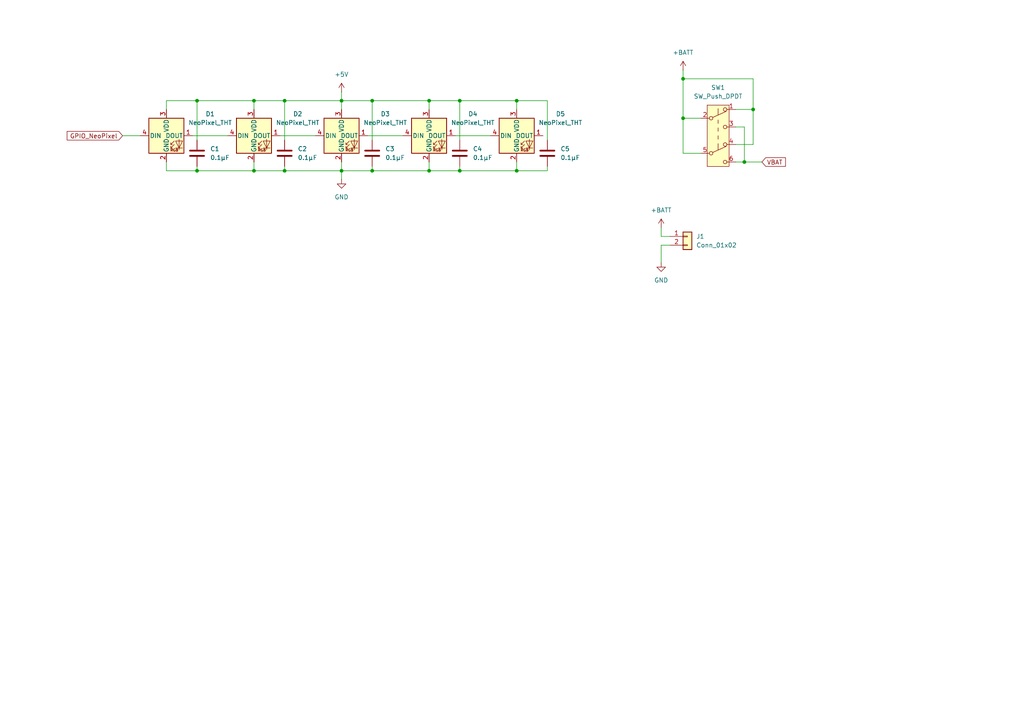
<source format=kicad_sch>
(kicad_sch (version 20231120) (generator "eeschema") (generator_version "8.0")
  (paper "A4")
  (lib_symbols
    (symbol "Connector_Generic:Conn_01x02" (pin_names (offset 1.016) hide)
      (property "Reference" "J" (at 0 2.54 0))
      (property "Value" "Conn_01x02" (at 0 -5.08 0))
      (symbol "Conn_01x02_1_1"
        (rectangle (start -1.27 -2.413) (end 0 -2.667) (stroke (width 0.1524)))
        (rectangle (start -1.27 0.127) (end 0 -0.127) (stroke (width 0.1524)))
        (rectangle (start -1.27 1.27) (end 1.27 -3.81) (stroke (width 0.254)) (fill (type background)))
        (pin passive line (at -5.08 0 0) (length 3.81) (name "Pin_1") (number "1"))
        (pin passive line (at -5.08 -2.54 0) (length 3.81) (name "Pin_2") (number "2"))
      )
    )
    (symbol "Device:C" (pin_numbers hide) (pin_names (offset 0.254))
      (property "Reference" "C" (at 0.635 2.54 0))
      (property "Value" "C" (at 0.635 -2.54 0))
      (symbol "C_0_1"
        (polyline (pts (xy -2.032 -0.762) (xy 2.032 -0.762)) (stroke (width 0.508)))
        (polyline (pts (xy -2.032 0.762) (xy 2.032 0.762)) (stroke (width 0.508)))
      )
      (symbol "C_1_1"
        (pin passive line (at 0 3.81 270) (length 2.794) (name "~") (number "1"))
        (pin passive line (at 0 -3.81 90) (length 2.794) (name "~") (number "2"))
      )
    )
    (symbol "LED:NeoPixel_THT" (pin_names (offset 0.254))
      (property "Reference" "D" (at 5.08 5.715 0))
      (property "Value" "NeoPixel_THT" (at 1.27 -5.715 0))
      (symbol "NeoPixel_THT_0_0"
        (text "RGB" (at 2.286 -4.191 0) (effects (font (size 0.762 0.762))))
      )
      (symbol "NeoPixel_THT_0_1"
        (polyline (pts (xy 1.27 -3.556) (xy 1.778 -3.556)))
        (polyline (pts (xy 1.27 -2.54) (xy 1.778 -2.54)))
        (polyline (pts (xy 4.699 -3.556) (xy 2.667 -3.556)))
        (polyline (pts (xy 2.286 -2.54) (xy 1.27 -3.556) (xy 1.27 -3.048)))
        (polyline (pts (xy 2.286 -1.524) (xy 1.27 -2.54) (xy 1.27 -2.032)))
        (polyline (pts (xy 3.683 -1.016) (xy 3.683 -3.556) (xy 3.683 -4.064)))
        (polyline (pts (xy 4.699 -1.524) (xy 2.667 -1.524) (xy 3.683 -3.556) (xy 4.699 -1.524)))
        (rectangle (start 5.08 5.08) (end -5.08 -5.08) (stroke (width 0.254)) (fill (type background)))
      )
      (symbol "NeoPixel_THT_1_1"
        (pin output line (at 7.62 0 180) (length 2.54) (name "DOUT") (number "1"))
        (pin power_in line (at 0 -7.62 90) (length 2.54) (name "GND") (number "2"))
        (pin power_in line (at 0 7.62 270) (length 2.54) (name "VDD") (number "3"))
        (pin input line (at -7.62 0 0) (length 2.54) (name "DIN") (number "4"))
      )
    )
    (symbol "Switch:SW_Push_DPDT" (pin_names (offset 0) hide)
      (property "Reference" "SW" (at 0 10.16 0))
      (property "Value" "SW_Push_DPDT" (at 0 -10.16 0))
      (symbol "SW_Push_DPDT_0_0"
        (circle (center -2.032 -5.08) (radius 0.508))
        (circle (center -2.032 5.08) (radius 0.508))
        (circle (center 2.032 -7.62) (radius 0.508))
        (circle (center 2.032 2.54) (radius 0.508))
      )
      (symbol "SW_Push_DPDT_0_1"
        (polyline (pts (xy -1.524 -4.826) (xy 2.3368 -3.0988)))
        (polyline (pts (xy -1.524 5.334) (xy 2.3368 7.0612)))
        (polyline (pts (xy 0 -2.286) (xy 0 -4.064)))
        (polyline (pts (xy 0 -1.016) (xy 0 0)))
        (polyline (pts (xy 0 1.27) (xy 0 2.286)))
        (polyline (pts (xy 0 3.556) (xy 0 4.572)))
        (polyline (pts (xy 0 7.874) (xy 0 6.096)))
        (circle (center 2.032 -2.54) (radius 0.508))
        (circle (center 2.032 7.62) (radius 0.508))
      )
      (symbol "SW_Push_DPDT_1_1"
        (rectangle (start -3.175 8.89) (end 3.175 -8.89) (fill (type background)))
        (pin passive line (at 5.08 7.62 180) (length 2.54) (name "A") (number "1"))
        (pin passive line (at -5.08 5.08 0) (length 2.54) (name "B") (number "2"))
        (pin passive line (at 5.08 2.54 180) (length 2.54) (name "C") (number "3"))
        (pin passive line (at 5.08 -2.54 180) (length 2.54) (name "A") (number "4"))
        (pin passive line (at -5.08 -5.08 0) (length 2.54) (name "B") (number "5"))
        (pin passive line (at 5.08 -7.62 180) (length 2.54) (name "C") (number "6"))
      )
    )
    (symbol "power:+5V" (power) (pin_numbers hide) (pin_names (offset 0) hide)
      (property "Value" "+5V" (at 0 3.556 0))
      (symbol "+5V_0_1"
        (polyline (pts (xy -0.762 1.27) (xy 0 2.54)))
        (polyline (pts (xy 0 0) (xy 0 2.54)))
        (polyline (pts (xy 0 2.54) (xy 0.762 1.27)))
      )
      (symbol "+5V_1_1"
        (pin power_in line (at 0 0 90) (length 0) (name "~") (number "1"))
      )
    )
    (symbol "power:+BATT" (power) (pin_numbers hide) (pin_names (offset 0) hide)
      (property "Value" "+BATT" (at 0 3.556 0))
      (symbol "+BATT_0_1"
        (polyline (pts (xy -0.762 1.27) (xy 0 2.54)))
        (polyline (pts (xy 0 0) (xy 0 2.54)))
        (polyline (pts (xy 0 2.54) (xy 0.762 1.27)))
      )
      (symbol "+BATT_1_1"
        (pin power_in line (at 0 0 90) (length 0) (name "~") (number "1"))
      )
    )
    (symbol "power:GND" (power) (pin_numbers hide) (pin_names (offset 0) hide)
      (property "Value" "GND" (at 0 -3.81 0))
      (symbol "GND_0_1"
        (polyline (pts (xy 0 0) (xy 0 -1.27) (xy 1.27 -1.27) (xy 0 -2.54) (xy -1.27 -1.27) (xy 0 -1.27)))
      )
      (symbol "GND_1_1"
        (pin power_in line (at 0 0 270) (length 0) (name "~") (number "1"))
      )
    )
  )
  (junction (at 198.12 34.29))
  (junction (at 133.35 29.21))
  (junction (at 82.55 29.21))
  (junction (at 215.9 46.99))
  (junction (at 149.86 49.53))
  (junction (at 124.46 49.53))
  (junction (at 124.46 29.21))
  (junction (at 73.66 49.53))
  (junction (at 149.86 29.21))
  (junction (at 57.15 49.53))
  (junction (at 107.95 49.53))
  (junction (at 107.95 29.21))
  (junction (at 82.55 49.53))
  (junction (at 218.44 31.75))
  (junction (at 133.35 49.53))
  (junction (at 198.12 22.86))
  (junction (at 99.06 29.21))
  (junction (at 73.66 29.21))
  (junction (at 57.15 29.21))
  (junction (at 99.06 49.53))
  (wire (pts (xy 213.36 46.99) (xy 215.9 46.99)))
  (wire (pts (xy 82.55 29.21) (xy 82.55 40.64)))
  (wire (pts (xy 99.06 29.21) (xy 99.06 31.75)))
  (wire (pts (xy 57.15 49.53) (xy 73.66 49.53)))
  (wire (pts (xy 133.35 49.53) (xy 149.86 49.53)))
  (wire (pts (xy 215.9 46.99) (xy 220.98 46.99)))
  (wire (pts (xy 132.08 39.37) (xy 142.24 39.37)))
  (wire (pts (xy 218.44 31.75) (xy 213.36 31.75)))
  (wire (pts (xy 133.35 29.21) (xy 149.86 29.21)))
  (wire (pts (xy 158.75 29.21) (xy 158.75 40.64)))
  (wire (pts (xy 203.2 34.29) (xy 198.12 34.29)))
  (wire (pts (xy 218.44 41.91) (xy 213.36 41.91)))
  (wire (pts (xy 194.31 71.12) (xy 191.77 71.12)))
  (wire (pts (xy 73.66 49.53) (xy 82.55 49.53)))
  (wire (pts (xy 198.12 20.32) (xy 198.12 22.86)))
  (wire (pts (xy 82.55 48.26) (xy 82.55 49.53)))
  (wire (pts (xy 107.95 29.21) (xy 124.46 29.21)))
  (wire (pts (xy 158.75 48.26) (xy 158.75 49.53)))
  (wire (pts (xy 73.66 46.99) (xy 73.66 49.53)))
  (wire (pts (xy 99.06 46.99) (xy 99.06 49.53)))
  (wire (pts (xy 99.06 29.21) (xy 107.95 29.21)))
  (wire (pts (xy 198.12 34.29) (xy 198.12 44.45)))
  (wire (pts (xy 73.66 29.21) (xy 82.55 29.21)))
  (wire (pts (xy 213.36 36.83) (xy 215.9 36.83)))
  (wire (pts (xy 107.95 29.21) (xy 107.95 40.64)))
  (wire (pts (xy 149.86 29.21) (xy 149.86 31.75)))
  (wire (pts (xy 215.9 36.83) (xy 215.9 46.99)))
  (wire (pts (xy 198.12 44.45) (xy 203.2 44.45)))
  (wire (pts (xy 57.15 29.21) (xy 73.66 29.21)))
  (wire (pts (xy 81.28 39.37) (xy 91.44 39.37)))
  (wire (pts (xy 198.12 22.86) (xy 218.44 22.86)))
  (wire (pts (xy 191.77 71.12) (xy 191.77 76.2)))
  (wire (pts (xy 124.46 29.21) (xy 124.46 31.75)))
  (wire (pts (xy 149.86 46.99) (xy 149.86 49.53)))
  (wire (pts (xy 198.12 34.29) (xy 198.12 22.86)))
  (wire (pts (xy 133.35 29.21) (xy 133.35 40.64)))
  (wire (pts (xy 124.46 49.53) (xy 133.35 49.53)))
  (wire (pts (xy 57.15 48.26) (xy 57.15 49.53)))
  (wire (pts (xy 194.31 68.58) (xy 191.77 68.58)))
  (wire (pts (xy 107.95 49.53) (xy 124.46 49.53)))
  (wire (pts (xy 73.66 29.21) (xy 73.66 31.75)))
  (wire (pts (xy 124.46 29.21) (xy 133.35 29.21)))
  (wire (pts (xy 48.26 29.21) (xy 57.15 29.21)))
  (wire (pts (xy 218.44 31.75) (xy 218.44 41.91)))
  (wire (pts (xy 99.06 26.67) (xy 99.06 29.21)))
  (wire (pts (xy 218.44 22.86) (xy 218.44 31.75)))
  (wire (pts (xy 124.46 46.99) (xy 124.46 49.53)))
  (wire (pts (xy 107.95 48.26) (xy 107.95 49.53)))
  (wire (pts (xy 158.75 49.53) (xy 149.86 49.53)))
  (wire (pts (xy 149.86 29.21) (xy 158.75 29.21)))
  (wire (pts (xy 57.15 29.21) (xy 57.15 40.64)))
  (wire (pts (xy 48.26 31.75) (xy 48.26 29.21)))
  (wire (pts (xy 82.55 49.53) (xy 99.06 49.53)))
  (wire (pts (xy 35.56 39.37) (xy 40.64 39.37)))
  (wire (pts (xy 133.35 48.26) (xy 133.35 49.53)))
  (wire (pts (xy 99.06 49.53) (xy 107.95 49.53)))
  (wire (pts (xy 48.26 49.53) (xy 57.15 49.53)))
  (wire (pts (xy 48.26 46.99) (xy 48.26 49.53)))
  (wire (pts (xy 191.77 66.04) (xy 191.77 68.58)))
  (wire (pts (xy 106.68 39.37) (xy 116.84 39.37)))
  (wire (pts (xy 55.88 39.37) (xy 66.04 39.37)))
  (wire (pts (xy 99.06 49.53) (xy 99.06 52.07)))
  (wire (pts (xy 82.55 29.21) (xy 99.06 29.21)))
  (global_label "GPIO_NeoPixel" (shape input) (at 35.56 39.37 180) (property "Intersheetrefs" "${INTERSHEET_REFS}" (effects (hide yes))))
  (global_label "VBAT" (shape input) (at 220.98 46.99 0) (property "Intersheetrefs" "${INTERSHEET_REFS}" (effects (hide yes))))
  (symbol (lib_id "LED:NeoPixel_THT") (at 48.26 39.37 0) (unit 1)
    (property "Reference" "D1" (at 60.96 33.0514 0))
    (property "Value" "NeoPixel_THT" (at 60.96 35.5914 0))
    (property "Footprint" "k2-emf-meter-breakout:LED_D5.0mm-4_RGB-Centered" (effects (hide yes)))
    (property "Datasheet" "https://www.adafruit.com/product/1938" (effects (hide yes)))
    (property "Description" "RGB LED with integrated controller, 5mm/8mm LED package" (effects (hide yes)))
  )
  (symbol (lib_id "power:GND") (at 99.06 52.07 0) (unit 1)
    (property "Reference" "#PWR01" (effects (hide yes)))
    (property "Value" "GND" (at 99.06 57.15 0))
    (property "Description" "Power symbol creates a global label with name \"GND\" , ground" (effects (hide yes)))
  )
  (symbol (lib_id "Switch:SW_Push_DPDT") (at 208.28 39.37 0) (unit 1)
    (property "Reference" "SW1" (at 208.28 25.4 0))
    (property "Value" "SW_Push_DPDT" (at 208.28 27.94 0))
    (property "Footprint" "Button_Switch_THT:SW_Push_2P2T_Toggle_CK_PVA2OAH5xxxxxxV2" (effects (hide yes)))
    (property "Description" "Momentary Switch, dual pole double throw" (effects (hide yes)))
  )
  (symbol (lib_id "power:+5V") (at 99.06 26.67 0) (unit 1)
    (property "Reference" "#PWR02" (effects (hide yes)))
    (property "Value" "+5V" (at 99.06 21.59 0))
    (property "Description" "Power symbol creates a global label with name \"+5V\"" (effects (hide yes)))
  )
  (symbol (lib_id "Device:C") (at 158.75 44.45 0) (unit 1)
    (property "Reference" "C5" (at 162.56 43.1799 0) (effects (justify left)))
    (property "Value" "0.1µF" (at 162.56 45.7199 0) (effects (justify left)))
    (property "Footprint" "Capacitor_SMD:C_0603_1608Metric" (effects (hide yes)))
    (property "Description" "Unpolarized capacitor" (effects (hide yes)))
  )
  (symbol (lib_id "LED:NeoPixel_THT") (at 99.06 39.37 0) (unit 1)
    (property "Reference" "D3" (at 111.76 33.0514 0))
    (property "Value" "NeoPixel_THT" (at 111.76 35.5914 0))
    (property "Footprint" "k2-emf-meter-breakout:LED_D5.0mm-4_RGB-Centered" (effects (hide yes)))
    (property "Datasheet" "https://www.adafruit.com/product/1938" (effects (hide yes)))
    (property "Description" "RGB LED with integrated controller, 5mm/8mm LED package" (effects (hide yes)))
  )
  (symbol (lib_id "power:+BATT") (at 191.77 66.04 0) (unit 1)
    (property "Reference" "#PWR04" (effects (hide yes)))
    (property "Value" "+BATT" (at 191.77 60.96 0))
    (property "Description" "Power symbol creates a global label with name \"+BATT\"" (effects (hide yes)))
  )
  (symbol (lib_id "LED:NeoPixel_THT") (at 73.66 39.37 0) (unit 1)
    (property "Reference" "D2" (at 86.36 33.0514 0))
    (property "Value" "NeoPixel_THT" (at 86.36 35.5914 0))
    (property "Footprint" "k2-emf-meter-breakout:LED_D5.0mm-4_RGB-Centered" (effects (hide yes)))
    (property "Datasheet" "https://www.adafruit.com/product/1938" (effects (hide yes)))
    (property "Description" "RGB LED with integrated controller, 5mm/8mm LED package" (effects (hide yes)))
  )
  (symbol (lib_id "Device:C") (at 82.55 44.45 0) (unit 1)
    (property "Reference" "C2" (at 86.36 43.1799 0) (effects (justify left)))
    (property "Value" "0.1µF" (at 86.36 45.7199 0) (effects (justify left)))
    (property "Footprint" "Capacitor_SMD:C_0603_1608Metric" (effects (hide yes)))
    (property "Description" "Unpolarized capacitor" (effects (hide yes)))
  )
  (symbol (lib_id "power:+BATT") (at 198.12 20.32 0) (unit 1)
    (property "Reference" "#PWR05" (effects (hide yes)))
    (property "Value" "+BATT" (at 198.12 15.24 0))
    (property "Description" "Power symbol creates a global label with name \"+BATT\"" (effects (hide yes)))
  )
  (symbol (lib_id "power:GND") (at 191.77 76.2 0) (unit 1)
    (property "Reference" "#PWR03" (effects (hide yes)))
    (property "Value" "GND" (at 191.77 81.28 0))
    (property "Description" "Power symbol creates a global label with name \"GND\" , ground" (effects (hide yes)))
  )
  (symbol (lib_id "Connector_Generic:Conn_01x02") (at 199.39 68.58 0) (unit 1)
    (property "Reference" "J1" (at 201.93 68.5799 0) (effects (justify left)))
    (property "Value" "Conn_01x02" (at 201.93 71.1199 0) (effects (justify left)))
    (property "Footprint" "Connector_Molex:Molex_PicoBlade_53398-0271_1x02-1MP_P1.25mm_Vertical" (effects (hide yes)))
    (property "Description" "Generic connector, single row, 01x02, script generated (kicad-library-utils/schlib/autogen/connector/)" (effects (hide yes)))
  )
  (symbol (lib_id "Device:C") (at 133.35 44.45 0) (unit 1)
    (property "Reference" "C4" (at 137.16 43.1799 0) (effects (justify left)))
    (property "Value" "0.1µF" (at 137.16 45.7199 0) (effects (justify left)))
    (property "Footprint" "Capacitor_SMD:C_0603_1608Metric" (effects (hide yes)))
    (property "Description" "Unpolarized capacitor" (effects (hide yes)))
  )
  (symbol (lib_id "Device:C") (at 57.15 44.45 0) (unit 1)
    (property "Reference" "C1" (at 60.96 43.1799 0) (effects (justify left)))
    (property "Value" "0.1µF" (at 60.96 45.7199 0) (effects (justify left)))
    (property "Footprint" "Capacitor_SMD:C_0603_1608Metric" (effects (hide yes)))
    (property "Description" "Unpolarized capacitor" (effects (hide yes)))
  )
  (symbol (lib_id "LED:NeoPixel_THT") (at 124.46 39.37 0) (unit 1)
    (property "Reference" "D4" (at 137.16 33.0514 0))
    (property "Value" "NeoPixel_THT" (at 137.16 35.5914 0))
    (property "Footprint" "k2-emf-meter-breakout:LED_D5.0mm-4_RGB-Centered" (effects (hide yes)))
    (property "Datasheet" "https://www.adafruit.com/product/1938" (effects (hide yes)))
    (property "Description" "RGB LED with integrated controller, 5mm/8mm LED package" (effects (hide yes)))
  )
  (symbol (lib_id "LED:NeoPixel_THT") (at 149.86 39.37 0) (unit 1)
    (property "Reference" "D5" (at 162.56 33.0514 0))
    (property "Value" "NeoPixel_THT" (at 162.56 35.5914 0))
    (property "Footprint" "k2-emf-meter-breakout:LED_D5.0mm-4_RGB-Centered" (effects (hide yes)))
    (property "Datasheet" "https://www.adafruit.com/product/1938" (effects (hide yes)))
    (property "Description" "RGB LED with integrated controller, 5mm/8mm LED package" (effects (hide yes)))
  )
  (symbol (lib_id "Device:C") (at 107.95 44.45 0) (unit 1)
    (property "Reference" "C3" (at 111.76 43.1799 0) (effects (justify left)))
    (property "Value" "0.1µF" (at 111.76 45.7199 0) (effects (justify left)))
    (property "Footprint" "Capacitor_SMD:C_0603_1608Metric" (effects (hide yes)))
    (property "Description" "Unpolarized capacitor" (effects (hide yes)))
  )
)
</source>
